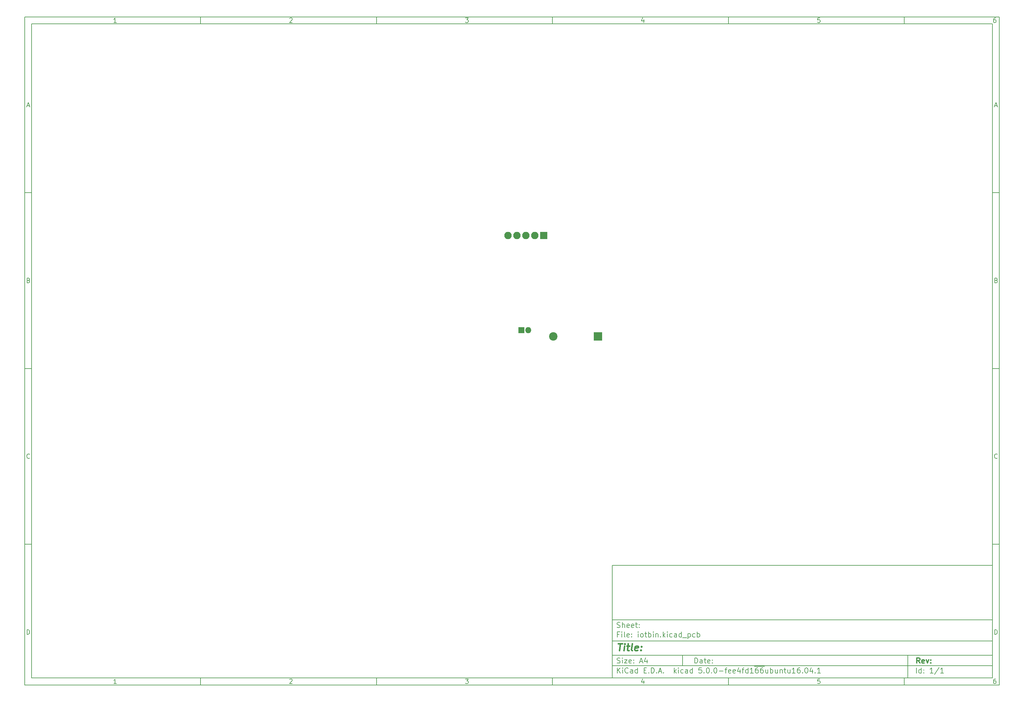
<source format=gbr>
G04 #@! TF.GenerationSoftware,KiCad,Pcbnew,5.0.0-fee4fd1~66~ubuntu16.04.1*
G04 #@! TF.CreationDate,2018-09-18T23:27:24+02:00*
G04 #@! TF.ProjectId,iotbin,696F7462696E2E6B696361645F706362,rev?*
G04 #@! TF.SameCoordinates,Original*
G04 #@! TF.FileFunction,Soldermask,Bot*
G04 #@! TF.FilePolarity,Negative*
%FSLAX46Y46*%
G04 Gerber Fmt 4.6, Leading zero omitted, Abs format (unit mm)*
G04 Created by KiCad (PCBNEW 5.0.0-fee4fd1~66~ubuntu16.04.1) date Tue Sep 18 23:27:24 2018*
%MOMM*%
%LPD*%
G01*
G04 APERTURE LIST*
%ADD10C,0.100000*%
%ADD11C,0.150000*%
%ADD12C,0.300000*%
%ADD13C,0.400000*%
%ADD14R,2.100000X2.100000*%
%ADD15O,2.100000X2.100000*%
%ADD16R,1.750000X1.750000*%
%ADD17O,1.750000X1.750000*%
%ADD18C,2.400000*%
%ADD19R,2.400000X2.400000*%
G04 APERTURE END LIST*
D10*
D11*
X177002200Y-166007200D02*
X177002200Y-198007200D01*
X285002200Y-198007200D01*
X285002200Y-166007200D01*
X177002200Y-166007200D01*
D10*
D11*
X10000000Y-10000000D02*
X10000000Y-200007200D01*
X287002200Y-200007200D01*
X287002200Y-10000000D01*
X10000000Y-10000000D01*
D10*
D11*
X12000000Y-12000000D02*
X12000000Y-198007200D01*
X285002200Y-198007200D01*
X285002200Y-12000000D01*
X12000000Y-12000000D01*
D10*
D11*
X60000000Y-12000000D02*
X60000000Y-10000000D01*
D10*
D11*
X110000000Y-12000000D02*
X110000000Y-10000000D01*
D10*
D11*
X160000000Y-12000000D02*
X160000000Y-10000000D01*
D10*
D11*
X210000000Y-12000000D02*
X210000000Y-10000000D01*
D10*
D11*
X260000000Y-12000000D02*
X260000000Y-10000000D01*
D10*
D11*
X36065476Y-11588095D02*
X35322619Y-11588095D01*
X35694047Y-11588095D02*
X35694047Y-10288095D01*
X35570238Y-10473809D01*
X35446428Y-10597619D01*
X35322619Y-10659523D01*
D10*
D11*
X85322619Y-10411904D02*
X85384523Y-10350000D01*
X85508333Y-10288095D01*
X85817857Y-10288095D01*
X85941666Y-10350000D01*
X86003571Y-10411904D01*
X86065476Y-10535714D01*
X86065476Y-10659523D01*
X86003571Y-10845238D01*
X85260714Y-11588095D01*
X86065476Y-11588095D01*
D10*
D11*
X135260714Y-10288095D02*
X136065476Y-10288095D01*
X135632142Y-10783333D01*
X135817857Y-10783333D01*
X135941666Y-10845238D01*
X136003571Y-10907142D01*
X136065476Y-11030952D01*
X136065476Y-11340476D01*
X136003571Y-11464285D01*
X135941666Y-11526190D01*
X135817857Y-11588095D01*
X135446428Y-11588095D01*
X135322619Y-11526190D01*
X135260714Y-11464285D01*
D10*
D11*
X185941666Y-10721428D02*
X185941666Y-11588095D01*
X185632142Y-10226190D02*
X185322619Y-11154761D01*
X186127380Y-11154761D01*
D10*
D11*
X236003571Y-10288095D02*
X235384523Y-10288095D01*
X235322619Y-10907142D01*
X235384523Y-10845238D01*
X235508333Y-10783333D01*
X235817857Y-10783333D01*
X235941666Y-10845238D01*
X236003571Y-10907142D01*
X236065476Y-11030952D01*
X236065476Y-11340476D01*
X236003571Y-11464285D01*
X235941666Y-11526190D01*
X235817857Y-11588095D01*
X235508333Y-11588095D01*
X235384523Y-11526190D01*
X235322619Y-11464285D01*
D10*
D11*
X285941666Y-10288095D02*
X285694047Y-10288095D01*
X285570238Y-10350000D01*
X285508333Y-10411904D01*
X285384523Y-10597619D01*
X285322619Y-10845238D01*
X285322619Y-11340476D01*
X285384523Y-11464285D01*
X285446428Y-11526190D01*
X285570238Y-11588095D01*
X285817857Y-11588095D01*
X285941666Y-11526190D01*
X286003571Y-11464285D01*
X286065476Y-11340476D01*
X286065476Y-11030952D01*
X286003571Y-10907142D01*
X285941666Y-10845238D01*
X285817857Y-10783333D01*
X285570238Y-10783333D01*
X285446428Y-10845238D01*
X285384523Y-10907142D01*
X285322619Y-11030952D01*
D10*
D11*
X60000000Y-198007200D02*
X60000000Y-200007200D01*
D10*
D11*
X110000000Y-198007200D02*
X110000000Y-200007200D01*
D10*
D11*
X160000000Y-198007200D02*
X160000000Y-200007200D01*
D10*
D11*
X210000000Y-198007200D02*
X210000000Y-200007200D01*
D10*
D11*
X260000000Y-198007200D02*
X260000000Y-200007200D01*
D10*
D11*
X36065476Y-199595295D02*
X35322619Y-199595295D01*
X35694047Y-199595295D02*
X35694047Y-198295295D01*
X35570238Y-198481009D01*
X35446428Y-198604819D01*
X35322619Y-198666723D01*
D10*
D11*
X85322619Y-198419104D02*
X85384523Y-198357200D01*
X85508333Y-198295295D01*
X85817857Y-198295295D01*
X85941666Y-198357200D01*
X86003571Y-198419104D01*
X86065476Y-198542914D01*
X86065476Y-198666723D01*
X86003571Y-198852438D01*
X85260714Y-199595295D01*
X86065476Y-199595295D01*
D10*
D11*
X135260714Y-198295295D02*
X136065476Y-198295295D01*
X135632142Y-198790533D01*
X135817857Y-198790533D01*
X135941666Y-198852438D01*
X136003571Y-198914342D01*
X136065476Y-199038152D01*
X136065476Y-199347676D01*
X136003571Y-199471485D01*
X135941666Y-199533390D01*
X135817857Y-199595295D01*
X135446428Y-199595295D01*
X135322619Y-199533390D01*
X135260714Y-199471485D01*
D10*
D11*
X185941666Y-198728628D02*
X185941666Y-199595295D01*
X185632142Y-198233390D02*
X185322619Y-199161961D01*
X186127380Y-199161961D01*
D10*
D11*
X236003571Y-198295295D02*
X235384523Y-198295295D01*
X235322619Y-198914342D01*
X235384523Y-198852438D01*
X235508333Y-198790533D01*
X235817857Y-198790533D01*
X235941666Y-198852438D01*
X236003571Y-198914342D01*
X236065476Y-199038152D01*
X236065476Y-199347676D01*
X236003571Y-199471485D01*
X235941666Y-199533390D01*
X235817857Y-199595295D01*
X235508333Y-199595295D01*
X235384523Y-199533390D01*
X235322619Y-199471485D01*
D10*
D11*
X285941666Y-198295295D02*
X285694047Y-198295295D01*
X285570238Y-198357200D01*
X285508333Y-198419104D01*
X285384523Y-198604819D01*
X285322619Y-198852438D01*
X285322619Y-199347676D01*
X285384523Y-199471485D01*
X285446428Y-199533390D01*
X285570238Y-199595295D01*
X285817857Y-199595295D01*
X285941666Y-199533390D01*
X286003571Y-199471485D01*
X286065476Y-199347676D01*
X286065476Y-199038152D01*
X286003571Y-198914342D01*
X285941666Y-198852438D01*
X285817857Y-198790533D01*
X285570238Y-198790533D01*
X285446428Y-198852438D01*
X285384523Y-198914342D01*
X285322619Y-199038152D01*
D10*
D11*
X10000000Y-60000000D02*
X12000000Y-60000000D01*
D10*
D11*
X10000000Y-110000000D02*
X12000000Y-110000000D01*
D10*
D11*
X10000000Y-160000000D02*
X12000000Y-160000000D01*
D10*
D11*
X10690476Y-35216666D02*
X11309523Y-35216666D01*
X10566666Y-35588095D02*
X11000000Y-34288095D01*
X11433333Y-35588095D01*
D10*
D11*
X11092857Y-84907142D02*
X11278571Y-84969047D01*
X11340476Y-85030952D01*
X11402380Y-85154761D01*
X11402380Y-85340476D01*
X11340476Y-85464285D01*
X11278571Y-85526190D01*
X11154761Y-85588095D01*
X10659523Y-85588095D01*
X10659523Y-84288095D01*
X11092857Y-84288095D01*
X11216666Y-84350000D01*
X11278571Y-84411904D01*
X11340476Y-84535714D01*
X11340476Y-84659523D01*
X11278571Y-84783333D01*
X11216666Y-84845238D01*
X11092857Y-84907142D01*
X10659523Y-84907142D01*
D10*
D11*
X11402380Y-135464285D02*
X11340476Y-135526190D01*
X11154761Y-135588095D01*
X11030952Y-135588095D01*
X10845238Y-135526190D01*
X10721428Y-135402380D01*
X10659523Y-135278571D01*
X10597619Y-135030952D01*
X10597619Y-134845238D01*
X10659523Y-134597619D01*
X10721428Y-134473809D01*
X10845238Y-134350000D01*
X11030952Y-134288095D01*
X11154761Y-134288095D01*
X11340476Y-134350000D01*
X11402380Y-134411904D01*
D10*
D11*
X10659523Y-185588095D02*
X10659523Y-184288095D01*
X10969047Y-184288095D01*
X11154761Y-184350000D01*
X11278571Y-184473809D01*
X11340476Y-184597619D01*
X11402380Y-184845238D01*
X11402380Y-185030952D01*
X11340476Y-185278571D01*
X11278571Y-185402380D01*
X11154761Y-185526190D01*
X10969047Y-185588095D01*
X10659523Y-185588095D01*
D10*
D11*
X287002200Y-60000000D02*
X285002200Y-60000000D01*
D10*
D11*
X287002200Y-110000000D02*
X285002200Y-110000000D01*
D10*
D11*
X287002200Y-160000000D02*
X285002200Y-160000000D01*
D10*
D11*
X285692676Y-35216666D02*
X286311723Y-35216666D01*
X285568866Y-35588095D02*
X286002200Y-34288095D01*
X286435533Y-35588095D01*
D10*
D11*
X286095057Y-84907142D02*
X286280771Y-84969047D01*
X286342676Y-85030952D01*
X286404580Y-85154761D01*
X286404580Y-85340476D01*
X286342676Y-85464285D01*
X286280771Y-85526190D01*
X286156961Y-85588095D01*
X285661723Y-85588095D01*
X285661723Y-84288095D01*
X286095057Y-84288095D01*
X286218866Y-84350000D01*
X286280771Y-84411904D01*
X286342676Y-84535714D01*
X286342676Y-84659523D01*
X286280771Y-84783333D01*
X286218866Y-84845238D01*
X286095057Y-84907142D01*
X285661723Y-84907142D01*
D10*
D11*
X286404580Y-135464285D02*
X286342676Y-135526190D01*
X286156961Y-135588095D01*
X286033152Y-135588095D01*
X285847438Y-135526190D01*
X285723628Y-135402380D01*
X285661723Y-135278571D01*
X285599819Y-135030952D01*
X285599819Y-134845238D01*
X285661723Y-134597619D01*
X285723628Y-134473809D01*
X285847438Y-134350000D01*
X286033152Y-134288095D01*
X286156961Y-134288095D01*
X286342676Y-134350000D01*
X286404580Y-134411904D01*
D10*
D11*
X285661723Y-185588095D02*
X285661723Y-184288095D01*
X285971247Y-184288095D01*
X286156961Y-184350000D01*
X286280771Y-184473809D01*
X286342676Y-184597619D01*
X286404580Y-184845238D01*
X286404580Y-185030952D01*
X286342676Y-185278571D01*
X286280771Y-185402380D01*
X286156961Y-185526190D01*
X285971247Y-185588095D01*
X285661723Y-185588095D01*
D10*
D11*
X200434342Y-193785771D02*
X200434342Y-192285771D01*
X200791485Y-192285771D01*
X201005771Y-192357200D01*
X201148628Y-192500057D01*
X201220057Y-192642914D01*
X201291485Y-192928628D01*
X201291485Y-193142914D01*
X201220057Y-193428628D01*
X201148628Y-193571485D01*
X201005771Y-193714342D01*
X200791485Y-193785771D01*
X200434342Y-193785771D01*
X202577200Y-193785771D02*
X202577200Y-193000057D01*
X202505771Y-192857200D01*
X202362914Y-192785771D01*
X202077200Y-192785771D01*
X201934342Y-192857200D01*
X202577200Y-193714342D02*
X202434342Y-193785771D01*
X202077200Y-193785771D01*
X201934342Y-193714342D01*
X201862914Y-193571485D01*
X201862914Y-193428628D01*
X201934342Y-193285771D01*
X202077200Y-193214342D01*
X202434342Y-193214342D01*
X202577200Y-193142914D01*
X203077200Y-192785771D02*
X203648628Y-192785771D01*
X203291485Y-192285771D02*
X203291485Y-193571485D01*
X203362914Y-193714342D01*
X203505771Y-193785771D01*
X203648628Y-193785771D01*
X204720057Y-193714342D02*
X204577200Y-193785771D01*
X204291485Y-193785771D01*
X204148628Y-193714342D01*
X204077200Y-193571485D01*
X204077200Y-193000057D01*
X204148628Y-192857200D01*
X204291485Y-192785771D01*
X204577200Y-192785771D01*
X204720057Y-192857200D01*
X204791485Y-193000057D01*
X204791485Y-193142914D01*
X204077200Y-193285771D01*
X205434342Y-193642914D02*
X205505771Y-193714342D01*
X205434342Y-193785771D01*
X205362914Y-193714342D01*
X205434342Y-193642914D01*
X205434342Y-193785771D01*
X205434342Y-192857200D02*
X205505771Y-192928628D01*
X205434342Y-193000057D01*
X205362914Y-192928628D01*
X205434342Y-192857200D01*
X205434342Y-193000057D01*
D10*
D11*
X177002200Y-194507200D02*
X285002200Y-194507200D01*
D10*
D11*
X178434342Y-196585771D02*
X178434342Y-195085771D01*
X179291485Y-196585771D02*
X178648628Y-195728628D01*
X179291485Y-195085771D02*
X178434342Y-195942914D01*
X179934342Y-196585771D02*
X179934342Y-195585771D01*
X179934342Y-195085771D02*
X179862914Y-195157200D01*
X179934342Y-195228628D01*
X180005771Y-195157200D01*
X179934342Y-195085771D01*
X179934342Y-195228628D01*
X181505771Y-196442914D02*
X181434342Y-196514342D01*
X181220057Y-196585771D01*
X181077200Y-196585771D01*
X180862914Y-196514342D01*
X180720057Y-196371485D01*
X180648628Y-196228628D01*
X180577200Y-195942914D01*
X180577200Y-195728628D01*
X180648628Y-195442914D01*
X180720057Y-195300057D01*
X180862914Y-195157200D01*
X181077200Y-195085771D01*
X181220057Y-195085771D01*
X181434342Y-195157200D01*
X181505771Y-195228628D01*
X182791485Y-196585771D02*
X182791485Y-195800057D01*
X182720057Y-195657200D01*
X182577200Y-195585771D01*
X182291485Y-195585771D01*
X182148628Y-195657200D01*
X182791485Y-196514342D02*
X182648628Y-196585771D01*
X182291485Y-196585771D01*
X182148628Y-196514342D01*
X182077200Y-196371485D01*
X182077200Y-196228628D01*
X182148628Y-196085771D01*
X182291485Y-196014342D01*
X182648628Y-196014342D01*
X182791485Y-195942914D01*
X184148628Y-196585771D02*
X184148628Y-195085771D01*
X184148628Y-196514342D02*
X184005771Y-196585771D01*
X183720057Y-196585771D01*
X183577200Y-196514342D01*
X183505771Y-196442914D01*
X183434342Y-196300057D01*
X183434342Y-195871485D01*
X183505771Y-195728628D01*
X183577200Y-195657200D01*
X183720057Y-195585771D01*
X184005771Y-195585771D01*
X184148628Y-195657200D01*
X186005771Y-195800057D02*
X186505771Y-195800057D01*
X186720057Y-196585771D02*
X186005771Y-196585771D01*
X186005771Y-195085771D01*
X186720057Y-195085771D01*
X187362914Y-196442914D02*
X187434342Y-196514342D01*
X187362914Y-196585771D01*
X187291485Y-196514342D01*
X187362914Y-196442914D01*
X187362914Y-196585771D01*
X188077200Y-196585771D02*
X188077200Y-195085771D01*
X188434342Y-195085771D01*
X188648628Y-195157200D01*
X188791485Y-195300057D01*
X188862914Y-195442914D01*
X188934342Y-195728628D01*
X188934342Y-195942914D01*
X188862914Y-196228628D01*
X188791485Y-196371485D01*
X188648628Y-196514342D01*
X188434342Y-196585771D01*
X188077200Y-196585771D01*
X189577200Y-196442914D02*
X189648628Y-196514342D01*
X189577200Y-196585771D01*
X189505771Y-196514342D01*
X189577200Y-196442914D01*
X189577200Y-196585771D01*
X190220057Y-196157200D02*
X190934342Y-196157200D01*
X190077200Y-196585771D02*
X190577200Y-195085771D01*
X191077200Y-196585771D01*
X191577200Y-196442914D02*
X191648628Y-196514342D01*
X191577200Y-196585771D01*
X191505771Y-196514342D01*
X191577200Y-196442914D01*
X191577200Y-196585771D01*
X194577200Y-196585771D02*
X194577200Y-195085771D01*
X194720057Y-196014342D02*
X195148628Y-196585771D01*
X195148628Y-195585771D02*
X194577200Y-196157200D01*
X195791485Y-196585771D02*
X195791485Y-195585771D01*
X195791485Y-195085771D02*
X195720057Y-195157200D01*
X195791485Y-195228628D01*
X195862914Y-195157200D01*
X195791485Y-195085771D01*
X195791485Y-195228628D01*
X197148628Y-196514342D02*
X197005771Y-196585771D01*
X196720057Y-196585771D01*
X196577200Y-196514342D01*
X196505771Y-196442914D01*
X196434342Y-196300057D01*
X196434342Y-195871485D01*
X196505771Y-195728628D01*
X196577200Y-195657200D01*
X196720057Y-195585771D01*
X197005771Y-195585771D01*
X197148628Y-195657200D01*
X198434342Y-196585771D02*
X198434342Y-195800057D01*
X198362914Y-195657200D01*
X198220057Y-195585771D01*
X197934342Y-195585771D01*
X197791485Y-195657200D01*
X198434342Y-196514342D02*
X198291485Y-196585771D01*
X197934342Y-196585771D01*
X197791485Y-196514342D01*
X197720057Y-196371485D01*
X197720057Y-196228628D01*
X197791485Y-196085771D01*
X197934342Y-196014342D01*
X198291485Y-196014342D01*
X198434342Y-195942914D01*
X199791485Y-196585771D02*
X199791485Y-195085771D01*
X199791485Y-196514342D02*
X199648628Y-196585771D01*
X199362914Y-196585771D01*
X199220057Y-196514342D01*
X199148628Y-196442914D01*
X199077200Y-196300057D01*
X199077200Y-195871485D01*
X199148628Y-195728628D01*
X199220057Y-195657200D01*
X199362914Y-195585771D01*
X199648628Y-195585771D01*
X199791485Y-195657200D01*
X202362914Y-195085771D02*
X201648628Y-195085771D01*
X201577200Y-195800057D01*
X201648628Y-195728628D01*
X201791485Y-195657200D01*
X202148628Y-195657200D01*
X202291485Y-195728628D01*
X202362914Y-195800057D01*
X202434342Y-195942914D01*
X202434342Y-196300057D01*
X202362914Y-196442914D01*
X202291485Y-196514342D01*
X202148628Y-196585771D01*
X201791485Y-196585771D01*
X201648628Y-196514342D01*
X201577200Y-196442914D01*
X203077200Y-196442914D02*
X203148628Y-196514342D01*
X203077200Y-196585771D01*
X203005771Y-196514342D01*
X203077200Y-196442914D01*
X203077200Y-196585771D01*
X204077200Y-195085771D02*
X204220057Y-195085771D01*
X204362914Y-195157200D01*
X204434342Y-195228628D01*
X204505771Y-195371485D01*
X204577200Y-195657200D01*
X204577200Y-196014342D01*
X204505771Y-196300057D01*
X204434342Y-196442914D01*
X204362914Y-196514342D01*
X204220057Y-196585771D01*
X204077200Y-196585771D01*
X203934342Y-196514342D01*
X203862914Y-196442914D01*
X203791485Y-196300057D01*
X203720057Y-196014342D01*
X203720057Y-195657200D01*
X203791485Y-195371485D01*
X203862914Y-195228628D01*
X203934342Y-195157200D01*
X204077200Y-195085771D01*
X205220057Y-196442914D02*
X205291485Y-196514342D01*
X205220057Y-196585771D01*
X205148628Y-196514342D01*
X205220057Y-196442914D01*
X205220057Y-196585771D01*
X206220057Y-195085771D02*
X206362914Y-195085771D01*
X206505771Y-195157200D01*
X206577200Y-195228628D01*
X206648628Y-195371485D01*
X206720057Y-195657200D01*
X206720057Y-196014342D01*
X206648628Y-196300057D01*
X206577200Y-196442914D01*
X206505771Y-196514342D01*
X206362914Y-196585771D01*
X206220057Y-196585771D01*
X206077200Y-196514342D01*
X206005771Y-196442914D01*
X205934342Y-196300057D01*
X205862914Y-196014342D01*
X205862914Y-195657200D01*
X205934342Y-195371485D01*
X206005771Y-195228628D01*
X206077200Y-195157200D01*
X206220057Y-195085771D01*
X207362914Y-196014342D02*
X208505771Y-196014342D01*
X209005771Y-195585771D02*
X209577200Y-195585771D01*
X209220057Y-196585771D02*
X209220057Y-195300057D01*
X209291485Y-195157200D01*
X209434342Y-195085771D01*
X209577200Y-195085771D01*
X210648628Y-196514342D02*
X210505771Y-196585771D01*
X210220057Y-196585771D01*
X210077200Y-196514342D01*
X210005771Y-196371485D01*
X210005771Y-195800057D01*
X210077200Y-195657200D01*
X210220057Y-195585771D01*
X210505771Y-195585771D01*
X210648628Y-195657200D01*
X210720057Y-195800057D01*
X210720057Y-195942914D01*
X210005771Y-196085771D01*
X211934342Y-196514342D02*
X211791485Y-196585771D01*
X211505771Y-196585771D01*
X211362914Y-196514342D01*
X211291485Y-196371485D01*
X211291485Y-195800057D01*
X211362914Y-195657200D01*
X211505771Y-195585771D01*
X211791485Y-195585771D01*
X211934342Y-195657200D01*
X212005771Y-195800057D01*
X212005771Y-195942914D01*
X211291485Y-196085771D01*
X213291485Y-195585771D02*
X213291485Y-196585771D01*
X212934342Y-195014342D02*
X212577200Y-196085771D01*
X213505771Y-196085771D01*
X213862914Y-195585771D02*
X214434342Y-195585771D01*
X214077200Y-196585771D02*
X214077200Y-195300057D01*
X214148628Y-195157200D01*
X214291485Y-195085771D01*
X214434342Y-195085771D01*
X215577200Y-196585771D02*
X215577200Y-195085771D01*
X215577200Y-196514342D02*
X215434342Y-196585771D01*
X215148628Y-196585771D01*
X215005771Y-196514342D01*
X214934342Y-196442914D01*
X214862914Y-196300057D01*
X214862914Y-195871485D01*
X214934342Y-195728628D01*
X215005771Y-195657200D01*
X215148628Y-195585771D01*
X215434342Y-195585771D01*
X215577200Y-195657200D01*
X217077200Y-196585771D02*
X216220057Y-196585771D01*
X216648628Y-196585771D02*
X216648628Y-195085771D01*
X216505771Y-195300057D01*
X216362914Y-195442914D01*
X216220057Y-195514342D01*
X217362914Y-194677200D02*
X218791485Y-194677200D01*
X218362914Y-195085771D02*
X218077200Y-195085771D01*
X217934342Y-195157200D01*
X217862914Y-195228628D01*
X217720057Y-195442914D01*
X217648628Y-195728628D01*
X217648628Y-196300057D01*
X217720057Y-196442914D01*
X217791485Y-196514342D01*
X217934342Y-196585771D01*
X218220057Y-196585771D01*
X218362914Y-196514342D01*
X218434342Y-196442914D01*
X218505771Y-196300057D01*
X218505771Y-195942914D01*
X218434342Y-195800057D01*
X218362914Y-195728628D01*
X218220057Y-195657200D01*
X217934342Y-195657200D01*
X217791485Y-195728628D01*
X217720057Y-195800057D01*
X217648628Y-195942914D01*
X218791485Y-194677200D02*
X220220057Y-194677200D01*
X219791485Y-195085771D02*
X219505771Y-195085771D01*
X219362914Y-195157200D01*
X219291485Y-195228628D01*
X219148628Y-195442914D01*
X219077200Y-195728628D01*
X219077200Y-196300057D01*
X219148628Y-196442914D01*
X219220057Y-196514342D01*
X219362914Y-196585771D01*
X219648628Y-196585771D01*
X219791485Y-196514342D01*
X219862914Y-196442914D01*
X219934342Y-196300057D01*
X219934342Y-195942914D01*
X219862914Y-195800057D01*
X219791485Y-195728628D01*
X219648628Y-195657200D01*
X219362914Y-195657200D01*
X219220057Y-195728628D01*
X219148628Y-195800057D01*
X219077200Y-195942914D01*
X221220057Y-195585771D02*
X221220057Y-196585771D01*
X220577200Y-195585771D02*
X220577200Y-196371485D01*
X220648628Y-196514342D01*
X220791485Y-196585771D01*
X221005771Y-196585771D01*
X221148628Y-196514342D01*
X221220057Y-196442914D01*
X221934342Y-196585771D02*
X221934342Y-195085771D01*
X221934342Y-195657200D02*
X222077200Y-195585771D01*
X222362914Y-195585771D01*
X222505771Y-195657200D01*
X222577200Y-195728628D01*
X222648628Y-195871485D01*
X222648628Y-196300057D01*
X222577200Y-196442914D01*
X222505771Y-196514342D01*
X222362914Y-196585771D01*
X222077200Y-196585771D01*
X221934342Y-196514342D01*
X223934342Y-195585771D02*
X223934342Y-196585771D01*
X223291485Y-195585771D02*
X223291485Y-196371485D01*
X223362914Y-196514342D01*
X223505771Y-196585771D01*
X223720057Y-196585771D01*
X223862914Y-196514342D01*
X223934342Y-196442914D01*
X224648628Y-195585771D02*
X224648628Y-196585771D01*
X224648628Y-195728628D02*
X224720057Y-195657200D01*
X224862914Y-195585771D01*
X225077200Y-195585771D01*
X225220057Y-195657200D01*
X225291485Y-195800057D01*
X225291485Y-196585771D01*
X225791485Y-195585771D02*
X226362914Y-195585771D01*
X226005771Y-195085771D02*
X226005771Y-196371485D01*
X226077200Y-196514342D01*
X226220057Y-196585771D01*
X226362914Y-196585771D01*
X227505771Y-195585771D02*
X227505771Y-196585771D01*
X226862914Y-195585771D02*
X226862914Y-196371485D01*
X226934342Y-196514342D01*
X227077200Y-196585771D01*
X227291485Y-196585771D01*
X227434342Y-196514342D01*
X227505771Y-196442914D01*
X229005771Y-196585771D02*
X228148628Y-196585771D01*
X228577200Y-196585771D02*
X228577200Y-195085771D01*
X228434342Y-195300057D01*
X228291485Y-195442914D01*
X228148628Y-195514342D01*
X230291485Y-195085771D02*
X230005771Y-195085771D01*
X229862914Y-195157200D01*
X229791485Y-195228628D01*
X229648628Y-195442914D01*
X229577200Y-195728628D01*
X229577200Y-196300057D01*
X229648628Y-196442914D01*
X229720057Y-196514342D01*
X229862914Y-196585771D01*
X230148628Y-196585771D01*
X230291485Y-196514342D01*
X230362914Y-196442914D01*
X230434342Y-196300057D01*
X230434342Y-195942914D01*
X230362914Y-195800057D01*
X230291485Y-195728628D01*
X230148628Y-195657200D01*
X229862914Y-195657200D01*
X229720057Y-195728628D01*
X229648628Y-195800057D01*
X229577200Y-195942914D01*
X231077200Y-196442914D02*
X231148628Y-196514342D01*
X231077200Y-196585771D01*
X231005771Y-196514342D01*
X231077200Y-196442914D01*
X231077200Y-196585771D01*
X232077200Y-195085771D02*
X232220057Y-195085771D01*
X232362914Y-195157200D01*
X232434342Y-195228628D01*
X232505771Y-195371485D01*
X232577200Y-195657200D01*
X232577200Y-196014342D01*
X232505771Y-196300057D01*
X232434342Y-196442914D01*
X232362914Y-196514342D01*
X232220057Y-196585771D01*
X232077200Y-196585771D01*
X231934342Y-196514342D01*
X231862914Y-196442914D01*
X231791485Y-196300057D01*
X231720057Y-196014342D01*
X231720057Y-195657200D01*
X231791485Y-195371485D01*
X231862914Y-195228628D01*
X231934342Y-195157200D01*
X232077200Y-195085771D01*
X233862914Y-195585771D02*
X233862914Y-196585771D01*
X233505771Y-195014342D02*
X233148628Y-196085771D01*
X234077200Y-196085771D01*
X234648628Y-196442914D02*
X234720057Y-196514342D01*
X234648628Y-196585771D01*
X234577200Y-196514342D01*
X234648628Y-196442914D01*
X234648628Y-196585771D01*
X236148628Y-196585771D02*
X235291485Y-196585771D01*
X235720057Y-196585771D02*
X235720057Y-195085771D01*
X235577200Y-195300057D01*
X235434342Y-195442914D01*
X235291485Y-195514342D01*
D10*
D11*
X177002200Y-191507200D02*
X285002200Y-191507200D01*
D10*
D12*
X264411485Y-193785771D02*
X263911485Y-193071485D01*
X263554342Y-193785771D02*
X263554342Y-192285771D01*
X264125771Y-192285771D01*
X264268628Y-192357200D01*
X264340057Y-192428628D01*
X264411485Y-192571485D01*
X264411485Y-192785771D01*
X264340057Y-192928628D01*
X264268628Y-193000057D01*
X264125771Y-193071485D01*
X263554342Y-193071485D01*
X265625771Y-193714342D02*
X265482914Y-193785771D01*
X265197200Y-193785771D01*
X265054342Y-193714342D01*
X264982914Y-193571485D01*
X264982914Y-193000057D01*
X265054342Y-192857200D01*
X265197200Y-192785771D01*
X265482914Y-192785771D01*
X265625771Y-192857200D01*
X265697200Y-193000057D01*
X265697200Y-193142914D01*
X264982914Y-193285771D01*
X266197200Y-192785771D02*
X266554342Y-193785771D01*
X266911485Y-192785771D01*
X267482914Y-193642914D02*
X267554342Y-193714342D01*
X267482914Y-193785771D01*
X267411485Y-193714342D01*
X267482914Y-193642914D01*
X267482914Y-193785771D01*
X267482914Y-192857200D02*
X267554342Y-192928628D01*
X267482914Y-193000057D01*
X267411485Y-192928628D01*
X267482914Y-192857200D01*
X267482914Y-193000057D01*
D10*
D11*
X178362914Y-193714342D02*
X178577200Y-193785771D01*
X178934342Y-193785771D01*
X179077200Y-193714342D01*
X179148628Y-193642914D01*
X179220057Y-193500057D01*
X179220057Y-193357200D01*
X179148628Y-193214342D01*
X179077200Y-193142914D01*
X178934342Y-193071485D01*
X178648628Y-193000057D01*
X178505771Y-192928628D01*
X178434342Y-192857200D01*
X178362914Y-192714342D01*
X178362914Y-192571485D01*
X178434342Y-192428628D01*
X178505771Y-192357200D01*
X178648628Y-192285771D01*
X179005771Y-192285771D01*
X179220057Y-192357200D01*
X179862914Y-193785771D02*
X179862914Y-192785771D01*
X179862914Y-192285771D02*
X179791485Y-192357200D01*
X179862914Y-192428628D01*
X179934342Y-192357200D01*
X179862914Y-192285771D01*
X179862914Y-192428628D01*
X180434342Y-192785771D02*
X181220057Y-192785771D01*
X180434342Y-193785771D01*
X181220057Y-193785771D01*
X182362914Y-193714342D02*
X182220057Y-193785771D01*
X181934342Y-193785771D01*
X181791485Y-193714342D01*
X181720057Y-193571485D01*
X181720057Y-193000057D01*
X181791485Y-192857200D01*
X181934342Y-192785771D01*
X182220057Y-192785771D01*
X182362914Y-192857200D01*
X182434342Y-193000057D01*
X182434342Y-193142914D01*
X181720057Y-193285771D01*
X183077200Y-193642914D02*
X183148628Y-193714342D01*
X183077200Y-193785771D01*
X183005771Y-193714342D01*
X183077200Y-193642914D01*
X183077200Y-193785771D01*
X183077200Y-192857200D02*
X183148628Y-192928628D01*
X183077200Y-193000057D01*
X183005771Y-192928628D01*
X183077200Y-192857200D01*
X183077200Y-193000057D01*
X184862914Y-193357200D02*
X185577200Y-193357200D01*
X184720057Y-193785771D02*
X185220057Y-192285771D01*
X185720057Y-193785771D01*
X186862914Y-192785771D02*
X186862914Y-193785771D01*
X186505771Y-192214342D02*
X186148628Y-193285771D01*
X187077200Y-193285771D01*
D10*
D11*
X263434342Y-196585771D02*
X263434342Y-195085771D01*
X264791485Y-196585771D02*
X264791485Y-195085771D01*
X264791485Y-196514342D02*
X264648628Y-196585771D01*
X264362914Y-196585771D01*
X264220057Y-196514342D01*
X264148628Y-196442914D01*
X264077200Y-196300057D01*
X264077200Y-195871485D01*
X264148628Y-195728628D01*
X264220057Y-195657200D01*
X264362914Y-195585771D01*
X264648628Y-195585771D01*
X264791485Y-195657200D01*
X265505771Y-196442914D02*
X265577200Y-196514342D01*
X265505771Y-196585771D01*
X265434342Y-196514342D01*
X265505771Y-196442914D01*
X265505771Y-196585771D01*
X265505771Y-195657200D02*
X265577200Y-195728628D01*
X265505771Y-195800057D01*
X265434342Y-195728628D01*
X265505771Y-195657200D01*
X265505771Y-195800057D01*
X268148628Y-196585771D02*
X267291485Y-196585771D01*
X267720057Y-196585771D02*
X267720057Y-195085771D01*
X267577200Y-195300057D01*
X267434342Y-195442914D01*
X267291485Y-195514342D01*
X269862914Y-195014342D02*
X268577200Y-196942914D01*
X271148628Y-196585771D02*
X270291485Y-196585771D01*
X270720057Y-196585771D02*
X270720057Y-195085771D01*
X270577200Y-195300057D01*
X270434342Y-195442914D01*
X270291485Y-195514342D01*
D10*
D11*
X177002200Y-187507200D02*
X285002200Y-187507200D01*
D10*
D13*
X178714580Y-188211961D02*
X179857438Y-188211961D01*
X179036009Y-190211961D02*
X179286009Y-188211961D01*
X180274104Y-190211961D02*
X180440771Y-188878628D01*
X180524104Y-188211961D02*
X180416961Y-188307200D01*
X180500295Y-188402438D01*
X180607438Y-188307200D01*
X180524104Y-188211961D01*
X180500295Y-188402438D01*
X181107438Y-188878628D02*
X181869342Y-188878628D01*
X181476485Y-188211961D02*
X181262200Y-189926247D01*
X181333628Y-190116723D01*
X181512200Y-190211961D01*
X181702676Y-190211961D01*
X182655057Y-190211961D02*
X182476485Y-190116723D01*
X182405057Y-189926247D01*
X182619342Y-188211961D01*
X184190771Y-190116723D02*
X183988390Y-190211961D01*
X183607438Y-190211961D01*
X183428866Y-190116723D01*
X183357438Y-189926247D01*
X183452676Y-189164342D01*
X183571723Y-188973866D01*
X183774104Y-188878628D01*
X184155057Y-188878628D01*
X184333628Y-188973866D01*
X184405057Y-189164342D01*
X184381247Y-189354819D01*
X183405057Y-189545295D01*
X185155057Y-190021485D02*
X185238390Y-190116723D01*
X185131247Y-190211961D01*
X185047914Y-190116723D01*
X185155057Y-190021485D01*
X185131247Y-190211961D01*
X185286009Y-188973866D02*
X185369342Y-189069104D01*
X185262200Y-189164342D01*
X185178866Y-189069104D01*
X185286009Y-188973866D01*
X185262200Y-189164342D01*
D10*
D11*
X178934342Y-185600057D02*
X178434342Y-185600057D01*
X178434342Y-186385771D02*
X178434342Y-184885771D01*
X179148628Y-184885771D01*
X179720057Y-186385771D02*
X179720057Y-185385771D01*
X179720057Y-184885771D02*
X179648628Y-184957200D01*
X179720057Y-185028628D01*
X179791485Y-184957200D01*
X179720057Y-184885771D01*
X179720057Y-185028628D01*
X180648628Y-186385771D02*
X180505771Y-186314342D01*
X180434342Y-186171485D01*
X180434342Y-184885771D01*
X181791485Y-186314342D02*
X181648628Y-186385771D01*
X181362914Y-186385771D01*
X181220057Y-186314342D01*
X181148628Y-186171485D01*
X181148628Y-185600057D01*
X181220057Y-185457200D01*
X181362914Y-185385771D01*
X181648628Y-185385771D01*
X181791485Y-185457200D01*
X181862914Y-185600057D01*
X181862914Y-185742914D01*
X181148628Y-185885771D01*
X182505771Y-186242914D02*
X182577200Y-186314342D01*
X182505771Y-186385771D01*
X182434342Y-186314342D01*
X182505771Y-186242914D01*
X182505771Y-186385771D01*
X182505771Y-185457200D02*
X182577200Y-185528628D01*
X182505771Y-185600057D01*
X182434342Y-185528628D01*
X182505771Y-185457200D01*
X182505771Y-185600057D01*
X184362914Y-186385771D02*
X184362914Y-185385771D01*
X184362914Y-184885771D02*
X184291485Y-184957200D01*
X184362914Y-185028628D01*
X184434342Y-184957200D01*
X184362914Y-184885771D01*
X184362914Y-185028628D01*
X185291485Y-186385771D02*
X185148628Y-186314342D01*
X185077200Y-186242914D01*
X185005771Y-186100057D01*
X185005771Y-185671485D01*
X185077200Y-185528628D01*
X185148628Y-185457200D01*
X185291485Y-185385771D01*
X185505771Y-185385771D01*
X185648628Y-185457200D01*
X185720057Y-185528628D01*
X185791485Y-185671485D01*
X185791485Y-186100057D01*
X185720057Y-186242914D01*
X185648628Y-186314342D01*
X185505771Y-186385771D01*
X185291485Y-186385771D01*
X186220057Y-185385771D02*
X186791485Y-185385771D01*
X186434342Y-184885771D02*
X186434342Y-186171485D01*
X186505771Y-186314342D01*
X186648628Y-186385771D01*
X186791485Y-186385771D01*
X187291485Y-186385771D02*
X187291485Y-184885771D01*
X187291485Y-185457200D02*
X187434342Y-185385771D01*
X187720057Y-185385771D01*
X187862914Y-185457200D01*
X187934342Y-185528628D01*
X188005771Y-185671485D01*
X188005771Y-186100057D01*
X187934342Y-186242914D01*
X187862914Y-186314342D01*
X187720057Y-186385771D01*
X187434342Y-186385771D01*
X187291485Y-186314342D01*
X188648628Y-186385771D02*
X188648628Y-185385771D01*
X188648628Y-184885771D02*
X188577200Y-184957200D01*
X188648628Y-185028628D01*
X188720057Y-184957200D01*
X188648628Y-184885771D01*
X188648628Y-185028628D01*
X189362914Y-185385771D02*
X189362914Y-186385771D01*
X189362914Y-185528628D02*
X189434342Y-185457200D01*
X189577200Y-185385771D01*
X189791485Y-185385771D01*
X189934342Y-185457200D01*
X190005771Y-185600057D01*
X190005771Y-186385771D01*
X190720057Y-186242914D02*
X190791485Y-186314342D01*
X190720057Y-186385771D01*
X190648628Y-186314342D01*
X190720057Y-186242914D01*
X190720057Y-186385771D01*
X191434342Y-186385771D02*
X191434342Y-184885771D01*
X191577200Y-185814342D02*
X192005771Y-186385771D01*
X192005771Y-185385771D02*
X191434342Y-185957200D01*
X192648628Y-186385771D02*
X192648628Y-185385771D01*
X192648628Y-184885771D02*
X192577200Y-184957200D01*
X192648628Y-185028628D01*
X192720057Y-184957200D01*
X192648628Y-184885771D01*
X192648628Y-185028628D01*
X194005771Y-186314342D02*
X193862914Y-186385771D01*
X193577200Y-186385771D01*
X193434342Y-186314342D01*
X193362914Y-186242914D01*
X193291485Y-186100057D01*
X193291485Y-185671485D01*
X193362914Y-185528628D01*
X193434342Y-185457200D01*
X193577200Y-185385771D01*
X193862914Y-185385771D01*
X194005771Y-185457200D01*
X195291485Y-186385771D02*
X195291485Y-185600057D01*
X195220057Y-185457200D01*
X195077200Y-185385771D01*
X194791485Y-185385771D01*
X194648628Y-185457200D01*
X195291485Y-186314342D02*
X195148628Y-186385771D01*
X194791485Y-186385771D01*
X194648628Y-186314342D01*
X194577200Y-186171485D01*
X194577200Y-186028628D01*
X194648628Y-185885771D01*
X194791485Y-185814342D01*
X195148628Y-185814342D01*
X195291485Y-185742914D01*
X196648628Y-186385771D02*
X196648628Y-184885771D01*
X196648628Y-186314342D02*
X196505771Y-186385771D01*
X196220057Y-186385771D01*
X196077200Y-186314342D01*
X196005771Y-186242914D01*
X195934342Y-186100057D01*
X195934342Y-185671485D01*
X196005771Y-185528628D01*
X196077200Y-185457200D01*
X196220057Y-185385771D01*
X196505771Y-185385771D01*
X196648628Y-185457200D01*
X197005771Y-186528628D02*
X198148628Y-186528628D01*
X198505771Y-185385771D02*
X198505771Y-186885771D01*
X198505771Y-185457200D02*
X198648628Y-185385771D01*
X198934342Y-185385771D01*
X199077200Y-185457200D01*
X199148628Y-185528628D01*
X199220057Y-185671485D01*
X199220057Y-186100057D01*
X199148628Y-186242914D01*
X199077200Y-186314342D01*
X198934342Y-186385771D01*
X198648628Y-186385771D01*
X198505771Y-186314342D01*
X200505771Y-186314342D02*
X200362914Y-186385771D01*
X200077200Y-186385771D01*
X199934342Y-186314342D01*
X199862914Y-186242914D01*
X199791485Y-186100057D01*
X199791485Y-185671485D01*
X199862914Y-185528628D01*
X199934342Y-185457200D01*
X200077200Y-185385771D01*
X200362914Y-185385771D01*
X200505771Y-185457200D01*
X201148628Y-186385771D02*
X201148628Y-184885771D01*
X201148628Y-185457200D02*
X201291485Y-185385771D01*
X201577200Y-185385771D01*
X201720057Y-185457200D01*
X201791485Y-185528628D01*
X201862914Y-185671485D01*
X201862914Y-186100057D01*
X201791485Y-186242914D01*
X201720057Y-186314342D01*
X201577200Y-186385771D01*
X201291485Y-186385771D01*
X201148628Y-186314342D01*
D10*
D11*
X177002200Y-181507200D02*
X285002200Y-181507200D01*
D10*
D11*
X178362914Y-183614342D02*
X178577200Y-183685771D01*
X178934342Y-183685771D01*
X179077200Y-183614342D01*
X179148628Y-183542914D01*
X179220057Y-183400057D01*
X179220057Y-183257200D01*
X179148628Y-183114342D01*
X179077200Y-183042914D01*
X178934342Y-182971485D01*
X178648628Y-182900057D01*
X178505771Y-182828628D01*
X178434342Y-182757200D01*
X178362914Y-182614342D01*
X178362914Y-182471485D01*
X178434342Y-182328628D01*
X178505771Y-182257200D01*
X178648628Y-182185771D01*
X179005771Y-182185771D01*
X179220057Y-182257200D01*
X179862914Y-183685771D02*
X179862914Y-182185771D01*
X180505771Y-183685771D02*
X180505771Y-182900057D01*
X180434342Y-182757200D01*
X180291485Y-182685771D01*
X180077200Y-182685771D01*
X179934342Y-182757200D01*
X179862914Y-182828628D01*
X181791485Y-183614342D02*
X181648628Y-183685771D01*
X181362914Y-183685771D01*
X181220057Y-183614342D01*
X181148628Y-183471485D01*
X181148628Y-182900057D01*
X181220057Y-182757200D01*
X181362914Y-182685771D01*
X181648628Y-182685771D01*
X181791485Y-182757200D01*
X181862914Y-182900057D01*
X181862914Y-183042914D01*
X181148628Y-183185771D01*
X183077200Y-183614342D02*
X182934342Y-183685771D01*
X182648628Y-183685771D01*
X182505771Y-183614342D01*
X182434342Y-183471485D01*
X182434342Y-182900057D01*
X182505771Y-182757200D01*
X182648628Y-182685771D01*
X182934342Y-182685771D01*
X183077200Y-182757200D01*
X183148628Y-182900057D01*
X183148628Y-183042914D01*
X182434342Y-183185771D01*
X183577200Y-182685771D02*
X184148628Y-182685771D01*
X183791485Y-182185771D02*
X183791485Y-183471485D01*
X183862914Y-183614342D01*
X184005771Y-183685771D01*
X184148628Y-183685771D01*
X184648628Y-183542914D02*
X184720057Y-183614342D01*
X184648628Y-183685771D01*
X184577200Y-183614342D01*
X184648628Y-183542914D01*
X184648628Y-183685771D01*
X184648628Y-182757200D02*
X184720057Y-182828628D01*
X184648628Y-182900057D01*
X184577200Y-182828628D01*
X184648628Y-182757200D01*
X184648628Y-182900057D01*
D10*
D11*
X197002200Y-191507200D02*
X197002200Y-194507200D01*
D10*
D11*
X261002200Y-191507200D02*
X261002200Y-198007200D01*
D14*
G04 #@! TO.C,J1*
X157480000Y-72136000D03*
D15*
X154940000Y-72136000D03*
X152400000Y-72136000D03*
X149860000Y-72136000D03*
X147320000Y-72136000D03*
G04 #@! TD*
D16*
G04 #@! TO.C,J2*
X151130000Y-99060000D03*
D17*
X153130000Y-99060000D03*
G04 #@! TD*
D18*
G04 #@! TO.C,BT1*
X160246000Y-100844000D03*
D19*
X172946000Y-100844000D03*
G04 #@! TD*
M02*

</source>
